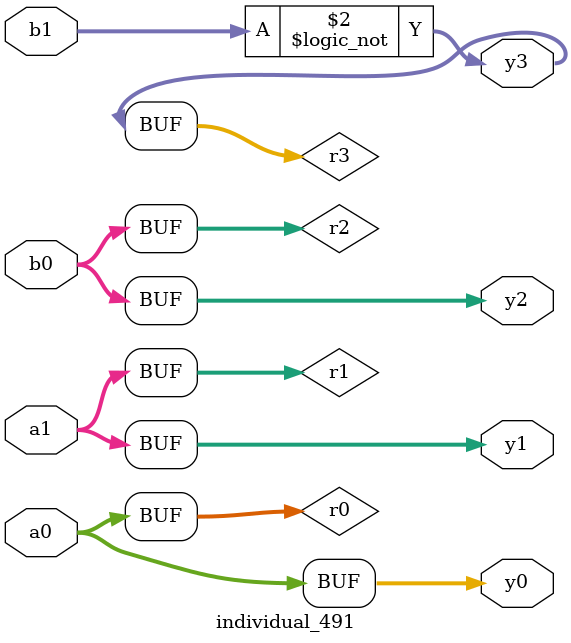
<source format=sv>
module individual_491(input logic [15:0] a1, input logic [15:0] a0, input logic [15:0] b1, input logic [15:0] b0, output logic [15:0] y3, output logic [15:0] y2, output logic [15:0] y1, output logic [15:0] y0);
logic [15:0] r0, r1, r2, r3;  always@(*) begin 	 r0 = a0; r1 = a1; r2 = b0; r3 = b1;  	 r3 = ! b1 ; 	 y3 = r3; y2 = r2; y1 = r1; y0 = r0; end
endmodule
</source>
